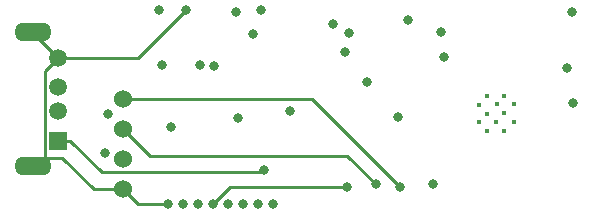
<source format=gbr>
G04 #@! TF.GenerationSoftware,KiCad,Pcbnew,(5.1.12)-1*
G04 #@! TF.CreationDate,2022-01-02T13:29:21+01:00*
G04 #@! TF.ProjectId,20210211_eduino,32303231-3032-4313-915f-656475696e6f,v1.0*
G04 #@! TF.SameCoordinates,Original*
G04 #@! TF.FileFunction,Copper,L2,Inr*
G04 #@! TF.FilePolarity,Positive*
%FSLAX46Y46*%
G04 Gerber Fmt 4.6, Leading zero omitted, Abs format (unit mm)*
G04 Created by KiCad (PCBNEW (5.1.12)-1) date 2022-01-02 13:29:21*
%MOMM*%
%LPD*%
G01*
G04 APERTURE LIST*
G04 #@! TA.AperFunction,ComponentPad*
%ADD10C,0.400000*%
G04 #@! TD*
G04 #@! TA.AperFunction,ComponentPad*
%ADD11C,0.800000*%
G04 #@! TD*
G04 #@! TA.AperFunction,ComponentPad*
%ADD12R,1.508000X1.508000*%
G04 #@! TD*
G04 #@! TA.AperFunction,ComponentPad*
%ADD13C,1.508000*%
G04 #@! TD*
G04 #@! TA.AperFunction,ComponentPad*
%ADD14O,3.150000X1.575000*%
G04 #@! TD*
G04 #@! TA.AperFunction,ComponentPad*
%ADD15C,1.524000*%
G04 #@! TD*
G04 #@! TA.AperFunction,ViaPad*
%ADD16C,0.800000*%
G04 #@! TD*
G04 #@! TA.AperFunction,Conductor*
%ADD17C,0.250000*%
G04 #@! TD*
G04 APERTURE END LIST*
D10*
X122486400Y-50960000D03*
X123299200Y-50198000D03*
X123299200Y-48674000D03*
X122486400Y-47962800D03*
X121013200Y-47962800D03*
X120302000Y-48724800D03*
X120302000Y-50198000D03*
X121013200Y-50960000D03*
X121775200Y-50198000D03*
X121826000Y-48674000D03*
X122486400Y-49436000D03*
X121013200Y-49486800D03*
D11*
X93980000Y-57150000D03*
X95250000Y-57150000D03*
X96520000Y-57150000D03*
X97790000Y-57150000D03*
X99060000Y-57150000D03*
X100330000Y-57150000D03*
X101600000Y-57150000D03*
X102870000Y-57150000D03*
X93230700Y-40690800D03*
X95516700Y-40678100D03*
D12*
X84650000Y-51760000D03*
D13*
X84650000Y-49260000D03*
X84650000Y-47260000D03*
X84650000Y-44760000D03*
D14*
X82550000Y-42560000D03*
X82550000Y-53960000D03*
D15*
X90170000Y-55880000D03*
X90170000Y-53340000D03*
X90170000Y-50800000D03*
X90170000Y-48260000D03*
D16*
X102099300Y-54216700D03*
X110896000Y-46786800D03*
X113474500Y-49784000D03*
X117157500Y-42608500D03*
X117332000Y-44720000D03*
X101917500Y-40703500D03*
X99758500Y-40894000D03*
X114300000Y-41592500D03*
X127751400Y-45641800D03*
X128199700Y-40918500D03*
X88886200Y-49481200D03*
X88669900Y-52826500D03*
X128289100Y-48583000D03*
X109136200Y-55700900D03*
X109334200Y-42623400D03*
X104298900Y-49262800D03*
X116409300Y-55447700D03*
X96707600Y-45402900D03*
X94251600Y-50636100D03*
X97878854Y-45481258D03*
X101219000Y-42735500D03*
X107995900Y-41864600D03*
X108965000Y-44302800D03*
X113642300Y-55686600D03*
X111580000Y-55475000D03*
X93515100Y-45348800D03*
X99963700Y-49846700D03*
D17*
X85729300Y-51760000D02*
X88407200Y-54437900D01*
X88407200Y-54437900D02*
X101878100Y-54437900D01*
X101878100Y-54437900D02*
X102099300Y-54216700D01*
X84650000Y-51760000D02*
X85729300Y-51760000D01*
X83570600Y-53234900D02*
X85070000Y-53234900D01*
X85070000Y-53234900D02*
X87715100Y-55880000D01*
X87715100Y-55880000D02*
X90170000Y-55880000D01*
X83570600Y-53234900D02*
X83275100Y-53234900D01*
X83275100Y-53234900D02*
X82550000Y-53960000D01*
X84650000Y-44760000D02*
X83570600Y-45839400D01*
X83570600Y-45839400D02*
X83570600Y-53234900D01*
X93980000Y-57150000D02*
X91440000Y-57150000D01*
X91440000Y-57150000D02*
X90170000Y-55880000D01*
X95516700Y-40678100D02*
X91434800Y-44760000D01*
X91434800Y-44760000D02*
X84650000Y-44760000D01*
X84650000Y-44760000D02*
X82550000Y-42660000D01*
X82550000Y-42660000D02*
X82550000Y-42560000D01*
X97790000Y-57150000D02*
X99239100Y-55700900D01*
X99239100Y-55700900D02*
X109136200Y-55700900D01*
X90170000Y-48260000D02*
X106215700Y-48260000D01*
X106215700Y-48260000D02*
X113642300Y-55686600D01*
X90170000Y-50800000D02*
X92456200Y-53086200D01*
X92456200Y-53086200D02*
X109191200Y-53086200D01*
X109191200Y-53086200D02*
X111580000Y-55475000D01*
M02*

</source>
